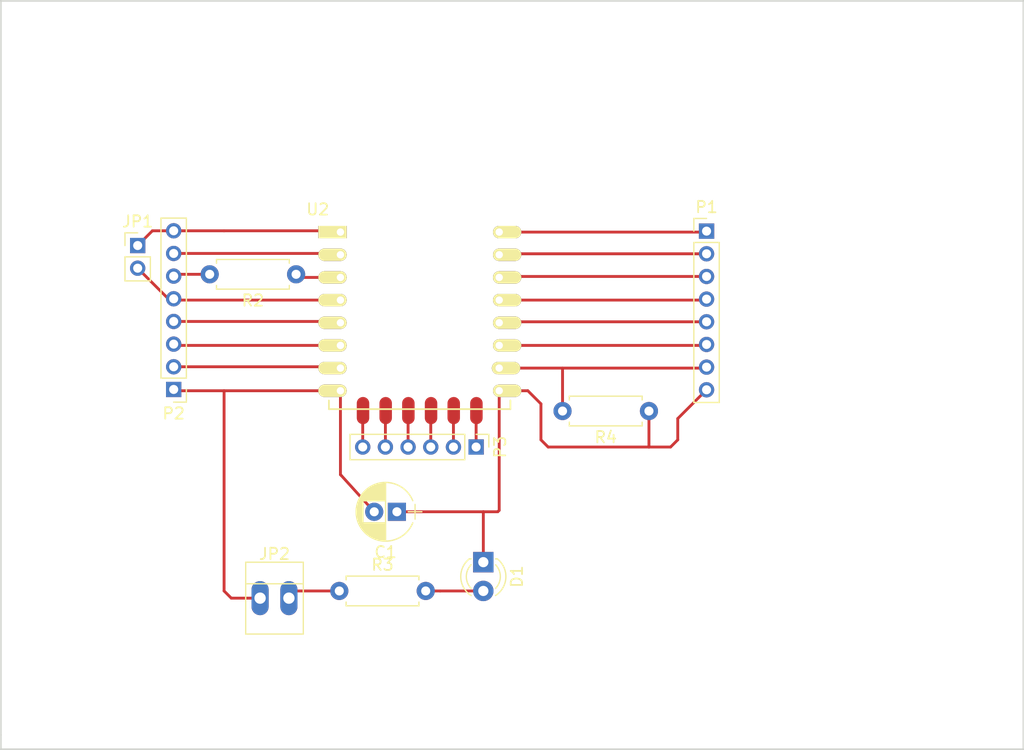
<source format=kicad_pcb>
(kicad_pcb (version 20160815) (host pcbnew "(2017-01-18 revision 2eb840b2e)-master")

  (general
    (links 33)
    (no_connects 0)
    (area 105.334999 31.674999 195.655001 97.865001)
    (thickness 1.6)
    (drawings 5)
    (tracks 82)
    (zones 0)
    (modules 11)
    (nets 26)
  )

  (page A4)
  (layers
    (0 F.Cu signal)
    (31 B.Cu signal)
    (33 F.Adhes user)
    (35 F.Paste user)
    (37 F.SilkS user)
    (39 F.Mask user)
    (40 Dwgs.User user)
    (41 Cmts.User user)
    (42 Eco1.User user)
    (43 Eco2.User user)
    (44 Edge.Cuts user)
    (45 Margin user)
    (47 F.CrtYd user)
    (49 F.Fab user)
  )

  (setup
    (last_trace_width 0.25)
    (trace_clearance 0.2)
    (zone_clearance 0.508)
    (zone_45_only no)
    (trace_min 0.2)
    (segment_width 0.2)
    (edge_width 0.15)
    (via_size 0.8)
    (via_drill 0.4)
    (via_min_size 0.4)
    (via_min_drill 0.3)
    (uvia_size 0.3)
    (uvia_drill 0.1)
    (uvias_allowed no)
    (uvia_min_size 0.2)
    (uvia_min_drill 0.1)
    (pcb_text_width 0.3)
    (pcb_text_size 1.5 1.5)
    (mod_edge_width 0.15)
    (mod_text_size 1 1)
    (mod_text_width 0.15)
    (pad_size 1.524 1.524)
    (pad_drill 0.762)
    (pad_to_mask_clearance 0.2)
    (aux_axis_origin 0 0)
    (visible_elements FFFFFF7F)
    (pcbplotparams
      (layerselection 0x00030_ffffffff)
      (usegerberextensions false)
      (excludeedgelayer true)
      (linewidth 0.100000)
      (plotframeref false)
      (viasonmask false)
      (mode 1)
      (useauxorigin false)
      (hpglpennumber 1)
      (hpglpenspeed 20)
      (hpglpendiameter 15)
      (psnegative false)
      (psa4output false)
      (plotreference true)
      (plotvalue true)
      (plotinvisibletext false)
      (padsonsilk false)
      (subtractmaskfromsilk false)
      (outputformat 1)
      (mirror false)
      (drillshape 1)
      (scaleselection 1)
      (outputdirectory ""))
  )

  (net 0 "")
  (net 1 GND)
  (net 2 "Net-(D1-Pad2)")
  (net 3 GPIO16)
  (net 4 "Net-(JP2-Pad2)")
  (net 5 GPIO2)
  (net 6 GPIO0)
  (net 7 GPIO4)
  (net 8 GPIO5)
  (net 9 RX)
  (net 10 TX)
  (net 11 GPIO13)
  (net 12 GPIO12)
  (net 13 GPIO14)
  (net 14 CH_PD)
  (net 15 ADC)
  (net 16 REST)
  (net 17 "Net-(R2-Pad1)")
  (net 18 GPIO15)
  (net 19 VCC)
  (net 20 CSO)
  (net 21 MISO)
  (net 22 GPIO9)
  (net 23 GPIO10)
  (net 24 MOSI)
  (net 25 SCLK)

  (net_class Default "This is the default net class."
    (clearance 0.2)
    (trace_width 0.25)
    (via_dia 0.8)
    (via_drill 0.4)
    (uvia_dia 0.3)
    (uvia_drill 0.1)
    (add_net ADC)
    (add_net CH_PD)
    (add_net CSO)
    (add_net GND)
    (add_net GPIO0)
    (add_net GPIO10)
    (add_net GPIO12)
    (add_net GPIO13)
    (add_net GPIO14)
    (add_net GPIO15)
    (add_net GPIO16)
    (add_net GPIO2)
    (add_net GPIO4)
    (add_net GPIO5)
    (add_net GPIO9)
    (add_net MISO)
    (add_net MOSI)
    (add_net "Net-(D1-Pad2)")
    (add_net "Net-(JP2-Pad2)")
    (add_net "Net-(R2-Pad1)")
    (add_net REST)
    (add_net RX)
    (add_net SCLK)
    (add_net TX)
    (add_net VCC)
  )

  (module Capacitors_THT:CP_Radial_D5.0mm_P2.00mm (layer F.Cu) (tedit 58765D06) (tstamp 58B401FA)
    (at 140.335 76.835 180)
    (descr "CP, Radial series, Radial, pin pitch=2.00mm, , diameter=5mm, Electrolytic Capacitor")
    (tags "CP Radial series Radial pin pitch 2.00mm  diameter 5mm Electrolytic Capacitor")
    (path /58B3EE47)
    (fp_text reference C1 (at 1 -3.56 180) (layer F.SilkS)
      (effects (font (size 1 1) (thickness 0.15)))
    )
    (fp_text value 0.1uF (at 1 3.56 180) (layer F.Fab)
      (effects (font (size 1 1) (thickness 0.15)))
    )
    (fp_line (start 3.85 -2.85) (end -1.85 -2.85) (layer F.CrtYd) (width 0.05))
    (fp_line (start 3.85 2.85) (end 3.85 -2.85) (layer F.CrtYd) (width 0.05))
    (fp_line (start -1.85 2.85) (end 3.85 2.85) (layer F.CrtYd) (width 0.05))
    (fp_line (start -1.85 -2.85) (end -1.85 2.85) (layer F.CrtYd) (width 0.05))
    (fp_line (start -1.6 -0.65) (end -1.6 0.65) (layer F.SilkS) (width 0.12))
    (fp_line (start -2.2 0) (end -1 0) (layer F.SilkS) (width 0.12))
    (fp_line (start 3.561 -0.354) (end 3.561 0.354) (layer F.SilkS) (width 0.12))
    (fp_line (start 3.521 -0.559) (end 3.521 0.559) (layer F.SilkS) (width 0.12))
    (fp_line (start 3.481 -0.707) (end 3.481 0.707) (layer F.SilkS) (width 0.12))
    (fp_line (start 3.441 -0.829) (end 3.441 0.829) (layer F.SilkS) (width 0.12))
    (fp_line (start 3.401 -0.934) (end 3.401 0.934) (layer F.SilkS) (width 0.12))
    (fp_line (start 3.361 -1.028) (end 3.361 1.028) (layer F.SilkS) (width 0.12))
    (fp_line (start 3.321 -1.112) (end 3.321 1.112) (layer F.SilkS) (width 0.12))
    (fp_line (start 3.281 -1.189) (end 3.281 1.189) (layer F.SilkS) (width 0.12))
    (fp_line (start 3.241 -1.261) (end 3.241 1.261) (layer F.SilkS) (width 0.12))
    (fp_line (start 3.201 -1.327) (end 3.201 1.327) (layer F.SilkS) (width 0.12))
    (fp_line (start 3.161 -1.39) (end 3.161 1.39) (layer F.SilkS) (width 0.12))
    (fp_line (start 3.121 -1.448) (end 3.121 1.448) (layer F.SilkS) (width 0.12))
    (fp_line (start 3.081 -1.504) (end 3.081 1.504) (layer F.SilkS) (width 0.12))
    (fp_line (start 3.041 -1.556) (end 3.041 1.556) (layer F.SilkS) (width 0.12))
    (fp_line (start 3.001 -1.606) (end 3.001 1.606) (layer F.SilkS) (width 0.12))
    (fp_line (start 2.961 0.98) (end 2.961 1.654) (layer F.SilkS) (width 0.12))
    (fp_line (start 2.961 -1.654) (end 2.961 -0.98) (layer F.SilkS) (width 0.12))
    (fp_line (start 2.921 0.98) (end 2.921 1.699) (layer F.SilkS) (width 0.12))
    (fp_line (start 2.921 -1.699) (end 2.921 -0.98) (layer F.SilkS) (width 0.12))
    (fp_line (start 2.881 0.98) (end 2.881 1.742) (layer F.SilkS) (width 0.12))
    (fp_line (start 2.881 -1.742) (end 2.881 -0.98) (layer F.SilkS) (width 0.12))
    (fp_line (start 2.841 0.98) (end 2.841 1.783) (layer F.SilkS) (width 0.12))
    (fp_line (start 2.841 -1.783) (end 2.841 -0.98) (layer F.SilkS) (width 0.12))
    (fp_line (start 2.801 0.98) (end 2.801 1.823) (layer F.SilkS) (width 0.12))
    (fp_line (start 2.801 -1.823) (end 2.801 -0.98) (layer F.SilkS) (width 0.12))
    (fp_line (start 2.761 0.98) (end 2.761 1.861) (layer F.SilkS) (width 0.12))
    (fp_line (start 2.761 -1.861) (end 2.761 -0.98) (layer F.SilkS) (width 0.12))
    (fp_line (start 2.721 0.98) (end 2.721 1.897) (layer F.SilkS) (width 0.12))
    (fp_line (start 2.721 -1.897) (end 2.721 -0.98) (layer F.SilkS) (width 0.12))
    (fp_line (start 2.681 0.98) (end 2.681 1.932) (layer F.SilkS) (width 0.12))
    (fp_line (start 2.681 -1.932) (end 2.681 -0.98) (layer F.SilkS) (width 0.12))
    (fp_line (start 2.641 0.98) (end 2.641 1.965) (layer F.SilkS) (width 0.12))
    (fp_line (start 2.641 -1.965) (end 2.641 -0.98) (layer F.SilkS) (width 0.12))
    (fp_line (start 2.601 0.98) (end 2.601 1.997) (layer F.SilkS) (width 0.12))
    (fp_line (start 2.601 -1.997) (end 2.601 -0.98) (layer F.SilkS) (width 0.12))
    (fp_line (start 2.561 0.98) (end 2.561 2.028) (layer F.SilkS) (width 0.12))
    (fp_line (start 2.561 -2.028) (end 2.561 -0.98) (layer F.SilkS) (width 0.12))
    (fp_line (start 2.521 0.98) (end 2.521 2.058) (layer F.SilkS) (width 0.12))
    (fp_line (start 2.521 -2.058) (end 2.521 -0.98) (layer F.SilkS) (width 0.12))
    (fp_line (start 2.481 0.98) (end 2.481 2.086) (layer F.SilkS) (width 0.12))
    (fp_line (start 2.481 -2.086) (end 2.481 -0.98) (layer F.SilkS) (width 0.12))
    (fp_line (start 2.441 0.98) (end 2.441 2.113) (layer F.SilkS) (width 0.12))
    (fp_line (start 2.441 -2.113) (end 2.441 -0.98) (layer F.SilkS) (width 0.12))
    (fp_line (start 2.401 0.98) (end 2.401 2.14) (layer F.SilkS) (width 0.12))
    (fp_line (start 2.401 -2.14) (end 2.401 -0.98) (layer F.SilkS) (width 0.12))
    (fp_line (start 2.361 0.98) (end 2.361 2.165) (layer F.SilkS) (width 0.12))
    (fp_line (start 2.361 -2.165) (end 2.361 -0.98) (layer F.SilkS) (width 0.12))
    (fp_line (start 2.321 0.98) (end 2.321 2.189) (layer F.SilkS) (width 0.12))
    (fp_line (start 2.321 -2.189) (end 2.321 -0.98) (layer F.SilkS) (width 0.12))
    (fp_line (start 2.281 0.98) (end 2.281 2.212) (layer F.SilkS) (width 0.12))
    (fp_line (start 2.281 -2.212) (end 2.281 -0.98) (layer F.SilkS) (width 0.12))
    (fp_line (start 2.241 0.98) (end 2.241 2.234) (layer F.SilkS) (width 0.12))
    (fp_line (start 2.241 -2.234) (end 2.241 -0.98) (layer F.SilkS) (width 0.12))
    (fp_line (start 2.201 0.98) (end 2.201 2.256) (layer F.SilkS) (width 0.12))
    (fp_line (start 2.201 -2.256) (end 2.201 -0.98) (layer F.SilkS) (width 0.12))
    (fp_line (start 2.161 0.98) (end 2.161 2.276) (layer F.SilkS) (width 0.12))
    (fp_line (start 2.161 -2.276) (end 2.161 -0.98) (layer F.SilkS) (width 0.12))
    (fp_line (start 2.121 0.98) (end 2.121 2.296) (layer F.SilkS) (width 0.12))
    (fp_line (start 2.121 -2.296) (end 2.121 -0.98) (layer F.SilkS) (width 0.12))
    (fp_line (start 2.081 0.98) (end 2.081 2.315) (layer F.SilkS) (width 0.12))
    (fp_line (start 2.081 -2.315) (end 2.081 -0.98) (layer F.SilkS) (width 0.12))
    (fp_line (start 2.041 0.98) (end 2.041 2.333) (layer F.SilkS) (width 0.12))
    (fp_line (start 2.041 -2.333) (end 2.041 -0.98) (layer F.SilkS) (width 0.12))
    (fp_line (start 2.001 0.98) (end 2.001 2.35) (layer F.SilkS) (width 0.12))
    (fp_line (start 2.001 -2.35) (end 2.001 -0.98) (layer F.SilkS) (width 0.12))
    (fp_line (start 1.961 0.98) (end 1.961 2.366) (layer F.SilkS) (width 0.12))
    (fp_line (start 1.961 -2.366) (end 1.961 -0.98) (layer F.SilkS) (width 0.12))
    (fp_line (start 1.921 0.98) (end 1.921 2.382) (layer F.SilkS) (width 0.12))
    (fp_line (start 1.921 -2.382) (end 1.921 -0.98) (layer F.SilkS) (width 0.12))
    (fp_line (start 1.881 0.98) (end 1.881 2.396) (layer F.SilkS) (width 0.12))
    (fp_line (start 1.881 -2.396) (end 1.881 -0.98) (layer F.SilkS) (width 0.12))
    (fp_line (start 1.841 0.98) (end 1.841 2.41) (layer F.SilkS) (width 0.12))
    (fp_line (start 1.841 -2.41) (end 1.841 -0.98) (layer F.SilkS) (width 0.12))
    (fp_line (start 1.801 0.98) (end 1.801 2.424) (layer F.SilkS) (width 0.12))
    (fp_line (start 1.801 -2.424) (end 1.801 -0.98) (layer F.SilkS) (width 0.12))
    (fp_line (start 1.761 0.98) (end 1.761 2.436) (layer F.SilkS) (width 0.12))
    (fp_line (start 1.761 -2.436) (end 1.761 -0.98) (layer F.SilkS) (width 0.12))
    (fp_line (start 1.721 0.98) (end 1.721 2.448) (layer F.SilkS) (width 0.12))
    (fp_line (start 1.721 -2.448) (end 1.721 -0.98) (layer F.SilkS) (width 0.12))
    (fp_line (start 1.68 0.98) (end 1.68 2.46) (layer F.SilkS) (width 0.12))
    (fp_line (start 1.68 -2.46) (end 1.68 -0.98) (layer F.SilkS) (width 0.12))
    (fp_line (start 1.64 0.98) (end 1.64 2.47) (layer F.SilkS) (width 0.12))
    (fp_line (start 1.64 -2.47) (end 1.64 -0.98) (layer F.SilkS) (width 0.12))
    (fp_line (start 1.6 0.98) (end 1.6 2.48) (layer F.SilkS) (width 0.12))
    (fp_line (start 1.6 -2.48) (end 1.6 -0.98) (layer F.SilkS) (width 0.12))
    (fp_line (start 1.56 0.98) (end 1.56 2.489) (layer F.SilkS) (width 0.12))
    (fp_line (start 1.56 -2.489) (end 1.56 -0.98) (layer F.SilkS) (width 0.12))
    (fp_line (start 1.52 0.98) (end 1.52 2.498) (layer F.SilkS) (width 0.12))
    (fp_line (start 1.52 -2.498) (end 1.52 -0.98) (layer F.SilkS) (width 0.12))
    (fp_line (start 1.48 0.98) (end 1.48 2.506) (layer F.SilkS) (width 0.12))
    (fp_line (start 1.48 -2.506) (end 1.48 -0.98) (layer F.SilkS) (width 0.12))
    (fp_line (start 1.44 0.98) (end 1.44 2.513) (layer F.SilkS) (width 0.12))
    (fp_line (start 1.44 -2.513) (end 1.44 -0.98) (layer F.SilkS) (width 0.12))
    (fp_line (start 1.4 0.98) (end 1.4 2.519) (layer F.SilkS) (width 0.12))
    (fp_line (start 1.4 -2.519) (end 1.4 -0.98) (layer F.SilkS) (width 0.12))
    (fp_line (start 1.36 0.98) (end 1.36 2.525) (layer F.SilkS) (width 0.12))
    (fp_line (start 1.36 -2.525) (end 1.36 -0.98) (layer F.SilkS) (width 0.12))
    (fp_line (start 1.32 0.98) (end 1.32 2.531) (layer F.SilkS) (width 0.12))
    (fp_line (start 1.32 -2.531) (end 1.32 -0.98) (layer F.SilkS) (width 0.12))
    (fp_line (start 1.28 0.98) (end 1.28 2.535) (layer F.SilkS) (width 0.12))
    (fp_line (start 1.28 -2.535) (end 1.28 -0.98) (layer F.SilkS) (width 0.12))
    (fp_line (start 1.24 0.98) (end 1.24 2.539) (layer F.SilkS) (width 0.12))
    (fp_line (start 1.24 -2.539) (end 1.24 -0.98) (layer F.SilkS) (width 0.12))
    (fp_line (start 1.2 0.98) (end 1.2 2.543) (layer F.SilkS) (width 0.12))
    (fp_line (start 1.2 -2.543) (end 1.2 -0.98) (layer F.SilkS) (width 0.12))
    (fp_line (start 1.16 0.98) (end 1.16 2.546) (layer F.SilkS) (width 0.12))
    (fp_line (start 1.16 -2.546) (end 1.16 -0.98) (layer F.SilkS) (width 0.12))
    (fp_line (start 1.12 0.98) (end 1.12 2.548) (layer F.SilkS) (width 0.12))
    (fp_line (start 1.12 -2.548) (end 1.12 -0.98) (layer F.SilkS) (width 0.12))
    (fp_line (start 1.08 0.98) (end 1.08 2.549) (layer F.SilkS) (width 0.12))
    (fp_line (start 1.08 -2.549) (end 1.08 -0.98) (layer F.SilkS) (width 0.12))
    (fp_line (start 1.04 0.98) (end 1.04 2.55) (layer F.SilkS) (width 0.12))
    (fp_line (start 1.04 -2.55) (end 1.04 -0.98) (layer F.SilkS) (width 0.12))
    (fp_line (start 1 -2.55) (end 1 2.55) (layer F.SilkS) (width 0.12))
    (fp_line (start -1.6 -0.65) (end -1.6 0.65) (layer F.Fab) (width 0.1))
    (fp_line (start -2.2 0) (end -1 0) (layer F.Fab) (width 0.1))
    (fp_circle (center 1 0) (end 3.5 0) (layer F.Fab) (width 0.1))
    (fp_arc (start 1 0) (end 3.397436 -0.98) (angle 44.5) (layer F.SilkS) (width 0.12))
    (fp_arc (start 1 0) (end -1.397436 0.98) (angle -135.5) (layer F.SilkS) (width 0.12))
    (fp_arc (start 1 0) (end -1.397436 -0.98) (angle 135.5) (layer F.SilkS) (width 0.12))
    (pad 2 thru_hole circle (at 2 0 180) (size 1.6 1.6) (drill 0.8) (layers *.Cu *.Mask)
      (net 19 VCC))
    (pad 1 thru_hole rect (at 0 0 180) (size 1.6 1.6) (drill 0.8) (layers *.Cu *.Mask)
      (net 1 GND))
    (model Capacitors_THT.3dshapes/CP_Radial_D5.0mm_P2.00mm.wrl
      (at (xyz 0 0 0))
      (scale (xyz 0.393701 0.393701 0.393701))
      (rotate (xyz 0 0 0))
    )
  )

  (module LEDs:LED_D3.0mm (layer F.Cu) (tedit 58B48905) (tstamp 58B40200)
    (at 147.955 81.28 270)
    (descr "LED, diameter 3.0mm, 2 pins")
    (tags "LED diameter 3.0mm 2 pins")
    (path /58B40309)
    (fp_text reference D1 (at 1.27 -2.96 270) (layer F.SilkS)
      (effects (font (size 1 1) (thickness 0.15)))
    )
    (fp_text value LED (at 1.27 2.96 90) (layer F.Fab)
      (effects (font (size 1 1) (thickness 0.15)))
    )
    (fp_line (start 3.7 -2.25) (end -1.15 -2.25) (layer F.CrtYd) (width 0.05))
    (fp_line (start 3.7 2.25) (end 3.7 -2.25) (layer F.CrtYd) (width 0.05))
    (fp_line (start -1.15 2.25) (end 3.7 2.25) (layer F.CrtYd) (width 0.05))
    (fp_line (start -1.15 -2.25) (end -1.15 2.25) (layer F.CrtYd) (width 0.05))
    (fp_line (start -0.29 1.08) (end -0.29 1.236) (layer F.SilkS) (width 0.12))
    (fp_line (start -0.29 -1.236) (end -0.29 -1.08) (layer F.SilkS) (width 0.12))
    (fp_line (start -0.23 -1.16619) (end -0.23 1.16619) (layer F.Fab) (width 0.1))
    (fp_circle (center 1.27 0) (end 2.77 0) (layer F.Fab) (width 0.1))
    (fp_arc (start 1.27 0) (end 0.229039 1.08) (angle -87.9) (layer F.SilkS) (width 0.12))
    (fp_arc (start 1.27 0) (end 0.229039 -1.08) (angle 87.9) (layer F.SilkS) (width 0.12))
    (fp_arc (start 1.27 0) (end -0.29 1.235516) (angle -108.8) (layer F.SilkS) (width 0.12))
    (fp_arc (start 1.27 0) (end -0.29 -1.235516) (angle 108.8) (layer F.SilkS) (width 0.12))
    (fp_arc (start 1.27 0) (end -0.23 -1.16619) (angle 284.3) (layer F.Fab) (width 0.1))
    (pad 2 thru_hole circle (at 2.54 0 270) (size 1.8 1.8) (drill 0.9) (layers *.Cu *.Mask)
      (net 2 "Net-(D1-Pad2)"))
    (pad 1 thru_hole rect (at 0 0 270) (size 1.8 1.8) (drill 0.9) (layers *.Cu *.Mask)
      (net 1 GND))
    (model LEDs.3dshapes/LED_D3.0mm.wrl
      (at (xyz 0 0 0))
      (scale (xyz 0.393701 0.393701 0.393701))
      (rotate (xyz 0 0 0))
    )
  )

  (module Connectors:PINHEAD1-2 (layer F.Cu) (tedit 0) (tstamp 58B4020C)
    (at 128.27 84.455)
    (path /58B40B4F)
    (fp_text reference JP2 (at 1.27 -3.9) (layer F.SilkS)
      (effects (font (size 1 1) (thickness 0.15)))
    )
    (fp_text value Jumper_NO_Small (at 1.27 3.81) (layer F.Fab)
      (effects (font (size 1 1) (thickness 0.15)))
    )
    (fp_line (start 3.81 -1.27) (end -1.27 -1.27) (layer F.SilkS) (width 0.12))
    (fp_line (start 3.81 3.17) (end -1.27 3.17) (layer F.SilkS) (width 0.12))
    (fp_line (start -1.27 -3.17) (end 3.81 -3.17) (layer F.SilkS) (width 0.12))
    (fp_line (start -1.27 -3.17) (end -1.27 3.17) (layer F.SilkS) (width 0.12))
    (fp_line (start 3.81 -3.17) (end 3.81 3.17) (layer F.SilkS) (width 0.12))
    (fp_line (start -1.52 -3.42) (end 4.06 -3.42) (layer F.CrtYd) (width 0.05))
    (fp_line (start -1.52 -3.42) (end -1.52 3.42) (layer F.CrtYd) (width 0.05))
    (fp_line (start 4.06 3.42) (end 4.06 -3.42) (layer F.CrtYd) (width 0.05))
    (fp_line (start 4.06 3.42) (end -1.52 3.42) (layer F.CrtYd) (width 0.05))
    (pad 1 thru_hole oval (at 0 0) (size 1.51 3.01) (drill 1) (layers *.Cu *.Mask)
      (net 19 VCC))
    (pad 2 thru_hole oval (at 2.54 0) (size 1.51 3.01) (drill 1) (layers *.Cu *.Mask)
      (net 4 "Net-(JP2-Pad2)"))
  )

  (module Pin_Headers:Pin_Header_Straight_1x08_Pitch2.00mm (layer F.Cu) (tedit 5862ED55) (tstamp 58B40218)
    (at 167.64 52.07)
    (descr "Through hole straight pin header, 1x08, 2.00mm pitch, single row")
    (tags "Through hole pin header THT 1x08 2.00mm single row")
    (path /58B41B31)
    (fp_text reference P1 (at 0 -2.12) (layer F.SilkS)
      (effects (font (size 1 1) (thickness 0.15)))
    )
    (fp_text value CONN_01X08 (at 0 16.12) (layer F.Fab)
      (effects (font (size 1 1) (thickness 0.15)))
    )
    (fp_line (start 1.3 -1.3) (end -1.3 -1.3) (layer F.CrtYd) (width 0.05))
    (fp_line (start 1.3 15.3) (end 1.3 -1.3) (layer F.CrtYd) (width 0.05))
    (fp_line (start -1.3 15.3) (end 1.3 15.3) (layer F.CrtYd) (width 0.05))
    (fp_line (start -1.3 -1.3) (end -1.3 15.3) (layer F.CrtYd) (width 0.05))
    (fp_line (start -1.12 -1.12) (end 0 -1.12) (layer F.SilkS) (width 0.12))
    (fp_line (start -1.12 0) (end -1.12 -1.12) (layer F.SilkS) (width 0.12))
    (fp_line (start 1.12 1) (end -1.12 1) (layer F.SilkS) (width 0.12))
    (fp_line (start 1.12 15.12) (end 1.12 1) (layer F.SilkS) (width 0.12))
    (fp_line (start -1.12 15.12) (end 1.12 15.12) (layer F.SilkS) (width 0.12))
    (fp_line (start -1.12 1) (end -1.12 15.12) (layer F.SilkS) (width 0.12))
    (fp_line (start 1 -1) (end -1 -1) (layer F.Fab) (width 0.1))
    (fp_line (start 1 15) (end 1 -1) (layer F.Fab) (width 0.1))
    (fp_line (start -1 15) (end 1 15) (layer F.Fab) (width 0.1))
    (fp_line (start -1 -1) (end -1 15) (layer F.Fab) (width 0.1))
    (pad 8 thru_hole oval (at 0 14) (size 1.35 1.35) (drill 0.8) (layers *.Cu *.Mask)
      (net 1 GND))
    (pad 7 thru_hole oval (at 0 12) (size 1.35 1.35) (drill 0.8) (layers *.Cu *.Mask)
      (net 18 GPIO15))
    (pad 6 thru_hole oval (at 0 10) (size 1.35 1.35) (drill 0.8) (layers *.Cu *.Mask)
      (net 5 GPIO2))
    (pad 5 thru_hole oval (at 0 8) (size 1.35 1.35) (drill 0.8) (layers *.Cu *.Mask)
      (net 6 GPIO0))
    (pad 4 thru_hole oval (at 0 6) (size 1.35 1.35) (drill 0.8) (layers *.Cu *.Mask)
      (net 7 GPIO4))
    (pad 3 thru_hole oval (at 0 4) (size 1.35 1.35) (drill 0.8) (layers *.Cu *.Mask)
      (net 8 GPIO5))
    (pad 2 thru_hole oval (at 0 2) (size 1.35 1.35) (drill 0.8) (layers *.Cu *.Mask)
      (net 9 RX))
    (pad 1 thru_hole rect (at 0 0) (size 1.35 1.35) (drill 0.8) (layers *.Cu *.Mask)
      (net 10 TX))
    (model Pin_Headers.3dshapes/Pin_Header_Straight_1x08_Pitch2.00mm.wrl
      (at (xyz 0 0 0))
      (scale (xyz 1 1 1))
      (rotate (xyz 0 0 0))
    )
  )

  (module Pin_Headers:Pin_Header_Straight_1x08_Pitch2.00mm (layer F.Cu) (tedit 5862ED55) (tstamp 58B40224)
    (at 120.65 66.04 180)
    (descr "Through hole straight pin header, 1x08, 2.00mm pitch, single row")
    (tags "Through hole pin header THT 1x08 2.00mm single row")
    (path /58B41F85)
    (fp_text reference P2 (at 0 -2.12 180) (layer F.SilkS)
      (effects (font (size 1 1) (thickness 0.15)))
    )
    (fp_text value CONN_01X08 (at 0 16.12 180) (layer F.Fab)
      (effects (font (size 1 1) (thickness 0.15)))
    )
    (fp_line (start -1 -1) (end -1 15) (layer F.Fab) (width 0.1))
    (fp_line (start -1 15) (end 1 15) (layer F.Fab) (width 0.1))
    (fp_line (start 1 15) (end 1 -1) (layer F.Fab) (width 0.1))
    (fp_line (start 1 -1) (end -1 -1) (layer F.Fab) (width 0.1))
    (fp_line (start -1.12 1) (end -1.12 15.12) (layer F.SilkS) (width 0.12))
    (fp_line (start -1.12 15.12) (end 1.12 15.12) (layer F.SilkS) (width 0.12))
    (fp_line (start 1.12 15.12) (end 1.12 1) (layer F.SilkS) (width 0.12))
    (fp_line (start 1.12 1) (end -1.12 1) (layer F.SilkS) (width 0.12))
    (fp_line (start -1.12 0) (end -1.12 -1.12) (layer F.SilkS) (width 0.12))
    (fp_line (start -1.12 -1.12) (end 0 -1.12) (layer F.SilkS) (width 0.12))
    (fp_line (start -1.3 -1.3) (end -1.3 15.3) (layer F.CrtYd) (width 0.05))
    (fp_line (start -1.3 15.3) (end 1.3 15.3) (layer F.CrtYd) (width 0.05))
    (fp_line (start 1.3 15.3) (end 1.3 -1.3) (layer F.CrtYd) (width 0.05))
    (fp_line (start 1.3 -1.3) (end -1.3 -1.3) (layer F.CrtYd) (width 0.05))
    (pad 1 thru_hole rect (at 0 0 180) (size 1.35 1.35) (drill 0.8) (layers *.Cu *.Mask)
      (net 19 VCC))
    (pad 2 thru_hole oval (at 0 2 180) (size 1.35 1.35) (drill 0.8) (layers *.Cu *.Mask)
      (net 11 GPIO13))
    (pad 3 thru_hole oval (at 0 4 180) (size 1.35 1.35) (drill 0.8) (layers *.Cu *.Mask)
      (net 12 GPIO12))
    (pad 4 thru_hole oval (at 0 6 180) (size 1.35 1.35) (drill 0.8) (layers *.Cu *.Mask)
      (net 13 GPIO14))
    (pad 5 thru_hole oval (at 0 8 180) (size 1.35 1.35) (drill 0.8) (layers *.Cu *.Mask)
      (net 3 GPIO16))
    (pad 6 thru_hole oval (at 0 10 180) (size 1.35 1.35) (drill 0.8) (layers *.Cu *.Mask)
      (net 14 CH_PD))
    (pad 7 thru_hole oval (at 0 12 180) (size 1.35 1.35) (drill 0.8) (layers *.Cu *.Mask)
      (net 15 ADC))
    (pad 8 thru_hole oval (at 0 14 180) (size 1.35 1.35) (drill 0.8) (layers *.Cu *.Mask)
      (net 16 REST))
    (model Pin_Headers.3dshapes/Pin_Header_Straight_1x08_Pitch2.00mm.wrl
      (at (xyz 0 0 0))
      (scale (xyz 1 1 1))
      (rotate (xyz 0 0 0))
    )
  )

  (module Resistors_THT:R_Axial_DIN0207_L6.3mm_D2.5mm_P7.62mm_Horizontal (layer F.Cu) (tedit 5874F706) (tstamp 58B40230)
    (at 131.445 55.88 180)
    (descr "Resistor, Axial_DIN0207 series, Axial, Horizontal, pin pitch=7.62mm, 0.25W = 1/4W, length*diameter=6.3*2.5mm^2, http://cdn-reichelt.de/documents/datenblatt/B400/1_4W%23YAG.pdf")
    (tags "Resistor Axial_DIN0207 series Axial Horizontal pin pitch 7.62mm 0.25W = 1/4W length 6.3mm diameter 2.5mm")
    (path /58B34418)
    (fp_text reference R2 (at 3.81 -2.31 180) (layer F.SilkS)
      (effects (font (size 1 1) (thickness 0.15)))
    )
    (fp_text value 100 (at 3.81 2.31 180) (layer F.Fab)
      (effects (font (size 1 1) (thickness 0.15)))
    )
    (fp_line (start 0.66 -1.25) (end 0.66 1.25) (layer F.Fab) (width 0.1))
    (fp_line (start 0.66 1.25) (end 6.96 1.25) (layer F.Fab) (width 0.1))
    (fp_line (start 6.96 1.25) (end 6.96 -1.25) (layer F.Fab) (width 0.1))
    (fp_line (start 6.96 -1.25) (end 0.66 -1.25) (layer F.Fab) (width 0.1))
    (fp_line (start 0 0) (end 0.66 0) (layer F.Fab) (width 0.1))
    (fp_line (start 7.62 0) (end 6.96 0) (layer F.Fab) (width 0.1))
    (fp_line (start 0.6 -0.98) (end 0.6 -1.31) (layer F.SilkS) (width 0.12))
    (fp_line (start 0.6 -1.31) (end 7.02 -1.31) (layer F.SilkS) (width 0.12))
    (fp_line (start 7.02 -1.31) (end 7.02 -0.98) (layer F.SilkS) (width 0.12))
    (fp_line (start 0.6 0.98) (end 0.6 1.31) (layer F.SilkS) (width 0.12))
    (fp_line (start 0.6 1.31) (end 7.02 1.31) (layer F.SilkS) (width 0.12))
    (fp_line (start 7.02 1.31) (end 7.02 0.98) (layer F.SilkS) (width 0.12))
    (fp_line (start -1.05 -1.6) (end -1.05 1.6) (layer F.CrtYd) (width 0.05))
    (fp_line (start -1.05 1.6) (end 8.7 1.6) (layer F.CrtYd) (width 0.05))
    (fp_line (start 8.7 1.6) (end 8.7 -1.6) (layer F.CrtYd) (width 0.05))
    (fp_line (start 8.7 -1.6) (end -1.05 -1.6) (layer F.CrtYd) (width 0.05))
    (pad 1 thru_hole circle (at 0 0 180) (size 1.6 1.6) (drill 0.8) (layers *.Cu *.Mask)
      (net 17 "Net-(R2-Pad1)"))
    (pad 2 thru_hole oval (at 7.62 0 180) (size 1.6 1.6) (drill 0.8) (layers *.Cu *.Mask)
      (net 14 CH_PD))
    (model Resistors_THT.3dshapes/R_Axial_DIN0207_L6.3mm_D2.5mm_P7.62mm_Horizontal.wrl
      (at (xyz 0 0 0))
      (scale (xyz 0.393701 0.393701 0.393701))
      (rotate (xyz 0 0 0))
    )
  )

  (module Resistors_THT:R_Axial_DIN0207_L6.3mm_D2.5mm_P7.62mm_Horizontal (layer F.Cu) (tedit 5874F706) (tstamp 58B40236)
    (at 135.255 83.82)
    (descr "Resistor, Axial_DIN0207 series, Axial, Horizontal, pin pitch=7.62mm, 0.25W = 1/4W, length*diameter=6.3*2.5mm^2, http://cdn-reichelt.de/documents/datenblatt/B400/1_4W%23YAG.pdf")
    (tags "Resistor Axial_DIN0207 series Axial Horizontal pin pitch 7.62mm 0.25W = 1/4W length 6.3mm diameter 2.5mm")
    (path /58B40F03)
    (fp_text reference R3 (at 3.81 -2.31) (layer F.SilkS)
      (effects (font (size 1 1) (thickness 0.15)))
    )
    (fp_text value 1K (at 3.81 2.31) (layer F.Fab)
      (effects (font (size 1 1) (thickness 0.15)))
    )
    (fp_line (start 0.66 -1.25) (end 0.66 1.25) (layer F.Fab) (width 0.1))
    (fp_line (start 0.66 1.25) (end 6.96 1.25) (layer F.Fab) (width 0.1))
    (fp_line (start 6.96 1.25) (end 6.96 -1.25) (layer F.Fab) (width 0.1))
    (fp_line (start 6.96 -1.25) (end 0.66 -1.25) (layer F.Fab) (width 0.1))
    (fp_line (start 0 0) (end 0.66 0) (layer F.Fab) (width 0.1))
    (fp_line (start 7.62 0) (end 6.96 0) (layer F.Fab) (width 0.1))
    (fp_line (start 0.6 -0.98) (end 0.6 -1.31) (layer F.SilkS) (width 0.12))
    (fp_line (start 0.6 -1.31) (end 7.02 -1.31) (layer F.SilkS) (width 0.12))
    (fp_line (start 7.02 -1.31) (end 7.02 -0.98) (layer F.SilkS) (width 0.12))
    (fp_line (start 0.6 0.98) (end 0.6 1.31) (layer F.SilkS) (width 0.12))
    (fp_line (start 0.6 1.31) (end 7.02 1.31) (layer F.SilkS) (width 0.12))
    (fp_line (start 7.02 1.31) (end 7.02 0.98) (layer F.SilkS) (width 0.12))
    (fp_line (start -1.05 -1.6) (end -1.05 1.6) (layer F.CrtYd) (width 0.05))
    (fp_line (start -1.05 1.6) (end 8.7 1.6) (layer F.CrtYd) (width 0.05))
    (fp_line (start 8.7 1.6) (end 8.7 -1.6) (layer F.CrtYd) (width 0.05))
    (fp_line (start 8.7 -1.6) (end -1.05 -1.6) (layer F.CrtYd) (width 0.05))
    (pad 1 thru_hole circle (at 0 0) (size 1.6 1.6) (drill 0.8) (layers *.Cu *.Mask)
      (net 4 "Net-(JP2-Pad2)"))
    (pad 2 thru_hole oval (at 7.62 0) (size 1.6 1.6) (drill 0.8) (layers *.Cu *.Mask)
      (net 2 "Net-(D1-Pad2)"))
    (model Resistors_THT.3dshapes/R_Axial_DIN0207_L6.3mm_D2.5mm_P7.62mm_Horizontal.wrl
      (at (xyz 0 0 0))
      (scale (xyz 0.393701 0.393701 0.393701))
      (rotate (xyz 0 0 0))
    )
  )

  (module Resistors_THT:R_Axial_DIN0207_L6.3mm_D2.5mm_P7.62mm_Horizontal (layer F.Cu) (tedit 5874F706) (tstamp 58B4023C)
    (at 162.56 67.945 180)
    (descr "Resistor, Axial_DIN0207 series, Axial, Horizontal, pin pitch=7.62mm, 0.25W = 1/4W, length*diameter=6.3*2.5mm^2, http://cdn-reichelt.de/documents/datenblatt/B400/1_4W%23YAG.pdf")
    (tags "Resistor Axial_DIN0207 series Axial Horizontal pin pitch 7.62mm 0.25W = 1/4W length 6.3mm diameter 2.5mm")
    (path /58B343CA)
    (fp_text reference R4 (at 3.81 -2.31 180) (layer F.SilkS)
      (effects (font (size 1 1) (thickness 0.15)))
    )
    (fp_text value 10K (at 3.81 2.31 180) (layer F.Fab)
      (effects (font (size 1 1) (thickness 0.15)))
    )
    (fp_line (start 8.7 -1.6) (end -1.05 -1.6) (layer F.CrtYd) (width 0.05))
    (fp_line (start 8.7 1.6) (end 8.7 -1.6) (layer F.CrtYd) (width 0.05))
    (fp_line (start -1.05 1.6) (end 8.7 1.6) (layer F.CrtYd) (width 0.05))
    (fp_line (start -1.05 -1.6) (end -1.05 1.6) (layer F.CrtYd) (width 0.05))
    (fp_line (start 7.02 1.31) (end 7.02 0.98) (layer F.SilkS) (width 0.12))
    (fp_line (start 0.6 1.31) (end 7.02 1.31) (layer F.SilkS) (width 0.12))
    (fp_line (start 0.6 0.98) (end 0.6 1.31) (layer F.SilkS) (width 0.12))
    (fp_line (start 7.02 -1.31) (end 7.02 -0.98) (layer F.SilkS) (width 0.12))
    (fp_line (start 0.6 -1.31) (end 7.02 -1.31) (layer F.SilkS) (width 0.12))
    (fp_line (start 0.6 -0.98) (end 0.6 -1.31) (layer F.SilkS) (width 0.12))
    (fp_line (start 7.62 0) (end 6.96 0) (layer F.Fab) (width 0.1))
    (fp_line (start 0 0) (end 0.66 0) (layer F.Fab) (width 0.1))
    (fp_line (start 6.96 -1.25) (end 0.66 -1.25) (layer F.Fab) (width 0.1))
    (fp_line (start 6.96 1.25) (end 6.96 -1.25) (layer F.Fab) (width 0.1))
    (fp_line (start 0.66 1.25) (end 6.96 1.25) (layer F.Fab) (width 0.1))
    (fp_line (start 0.66 -1.25) (end 0.66 1.25) (layer F.Fab) (width 0.1))
    (pad 2 thru_hole oval (at 7.62 0 180) (size 1.6 1.6) (drill 0.8) (layers *.Cu *.Mask)
      (net 18 GPIO15))
    (pad 1 thru_hole circle (at 0 0 180) (size 1.6 1.6) (drill 0.8) (layers *.Cu *.Mask)
      (net 1 GND))
    (model Resistors_THT.3dshapes/R_Axial_DIN0207_L6.3mm_D2.5mm_P7.62mm_Horizontal.wrl
      (at (xyz 0 0 0))
      (scale (xyz 0.393701 0.393701 0.393701))
      (rotate (xyz 0 0 0))
    )
  )

  (module ESP8266:ESP-12E (layer F.Cu) (tedit 559F8D21) (tstamp 58B4025D)
    (at 135.355 52.155001)
    (descr "Module, ESP-8266, ESP-12, 16 pad, SMD")
    (tags "Module ESP-8266 ESP8266")
    (path /58B35F64)
    (fp_text reference U2 (at -2 -2) (layer F.SilkS)
      (effects (font (size 1 1) (thickness 0.15)))
    )
    (fp_text value ESP-12E (at 8 1) (layer F.Fab)
      (effects (font (size 1 1) (thickness 0.15)))
    )
    (fp_line (start -2.25 -0.5) (end -2.25 -8.75) (layer F.CrtYd) (width 0.05))
    (fp_line (start -2.25 -8.75) (end 15.25 -8.75) (layer F.CrtYd) (width 0.05))
    (fp_line (start 15.25 -8.75) (end 16.25 -8.75) (layer F.CrtYd) (width 0.05))
    (fp_line (start 16.25 -8.75) (end 16.25 16) (layer F.CrtYd) (width 0.05))
    (fp_line (start 16.25 16) (end -2.25 16) (layer F.CrtYd) (width 0.05))
    (fp_line (start -2.25 16) (end -2.25 -0.5) (layer F.CrtYd) (width 0.05))
    (fp_line (start -1.016 -8.382) (end 14.986 -8.382) (layer F.CrtYd) (width 0.1524))
    (fp_line (start 14.986 -8.382) (end 14.986 -0.889) (layer F.CrtYd) (width 0.1524))
    (fp_line (start -1.016 -8.382) (end -1.016 -1.016) (layer F.CrtYd) (width 0.1524))
    (fp_line (start -1.016 14.859) (end -1.016 15.621) (layer F.SilkS) (width 0.1524))
    (fp_line (start -1.016 15.621) (end 14.986 15.621) (layer F.SilkS) (width 0.1524))
    (fp_line (start 14.986 15.621) (end 14.986 14.859) (layer F.SilkS) (width 0.1524))
    (fp_line (start 14.992 -8.4) (end -1.008 -2.6) (layer F.CrtYd) (width 0.1524))
    (fp_line (start -1.008 -8.4) (end 14.992 -2.6) (layer F.CrtYd) (width 0.1524))
    (fp_text user "No Copper" (at 6.892 -5.4) (layer F.CrtYd)
      (effects (font (size 1 1) (thickness 0.15)))
    )
    (fp_line (start -1.008 -2.6) (end 14.992 -2.6) (layer F.CrtYd) (width 0.1524))
    (fp_line (start 15 -8.4) (end 15 15.6) (layer F.Fab) (width 0.05))
    (fp_line (start 14.992 15.6) (end -1.008 15.6) (layer F.Fab) (width 0.05))
    (fp_line (start -1.008 15.6) (end -1.008 -8.4) (layer F.Fab) (width 0.05))
    (fp_line (start -1.008 -8.4) (end 14.992 -8.4) (layer F.Fab) (width 0.05))
    (pad 1 thru_hole rect (at 0 0) (size 2.5 1.1) (drill 0.65 (offset -0.7 0)) (layers *.Cu *.Mask F.SilkS)
      (net 16 REST))
    (pad 2 thru_hole oval (at 0 2) (size 2.5 1.1) (drill 0.65 (offset -0.7 0)) (layers *.Cu *.Mask F.SilkS)
      (net 15 ADC))
    (pad 3 thru_hole oval (at 0 4) (size 2.5 1.1) (drill 0.65 (offset -0.7 0)) (layers *.Cu *.Mask F.SilkS)
      (net 17 "Net-(R2-Pad1)"))
    (pad 4 thru_hole oval (at 0 6) (size 2.5 1.1) (drill 0.65 (offset -0.7 0)) (layers *.Cu *.Mask F.SilkS)
      (net 3 GPIO16))
    (pad 5 thru_hole oval (at 0 8) (size 2.5 1.1) (drill 0.65 (offset -0.7 0)) (layers *.Cu *.Mask F.SilkS)
      (net 13 GPIO14))
    (pad 6 thru_hole oval (at 0 10) (size 2.5 1.1) (drill 0.65 (offset -0.7 0)) (layers *.Cu *.Mask F.SilkS)
      (net 12 GPIO12))
    (pad 7 thru_hole oval (at 0 12) (size 2.5 1.1) (drill 0.65 (offset -0.7 0)) (layers *.Cu *.Mask F.SilkS)
      (net 11 GPIO13))
    (pad 8 thru_hole oval (at 0 14) (size 2.5 1.1) (drill 0.65 (offset -0.7 0)) (layers *.Cu *.Mask F.SilkS)
      (net 19 VCC))
    (pad 9 thru_hole oval (at 14 14) (size 2.5 1.1) (drill 0.65 (offset 0.7 0)) (layers *.Cu *.Mask F.SilkS)
      (net 1 GND))
    (pad 10 thru_hole oval (at 14 12) (size 2.5 1.1) (drill 0.65 (offset 0.6 0)) (layers *.Cu *.Mask F.SilkS)
      (net 18 GPIO15))
    (pad 11 thru_hole oval (at 14 10) (size 2.5 1.1) (drill 0.65 (offset 0.7 0)) (layers *.Cu *.Mask F.SilkS)
      (net 5 GPIO2))
    (pad 12 thru_hole oval (at 14 8) (size 2.5 1.1) (drill 0.65 (offset 0.7 0)) (layers *.Cu *.Mask F.SilkS)
      (net 6 GPIO0))
    (pad 13 thru_hole oval (at 14 6) (size 2.5 1.1) (drill 0.65 (offset 0.7 0)) (layers *.Cu *.Mask F.SilkS)
      (net 7 GPIO4))
    (pad 14 thru_hole oval (at 14 4) (size 2.5 1.1) (drill 0.65 (offset 0.7 0)) (layers *.Cu *.Mask F.SilkS)
      (net 8 GPIO5))
    (pad 15 thru_hole oval (at 14 2) (size 2.5 1.1) (drill 0.65 (offset 0.7 0)) (layers *.Cu *.Mask F.SilkS)
      (net 9 RX))
    (pad 16 thru_hole oval (at 14 0) (size 2.5 1.1) (drill 0.65 (offset 0.7 0)) (layers *.Cu *.Mask F.SilkS)
      (net 10 TX))
    (pad 17 smd oval (at 1.99 15.75 90) (size 2.4 1.1) (layers F.Cu F.Paste F.Mask)
      (net 20 CSO))
    (pad 18 smd oval (at 3.99 15.75 90) (size 2.4 1.1) (layers F.Cu F.Paste F.Mask)
      (net 21 MISO))
    (pad 19 smd oval (at 5.99 15.75 90) (size 2.4 1.1) (layers F.Cu F.Paste F.Mask)
      (net 22 GPIO9))
    (pad 20 smd oval (at 7.99 15.75 90) (size 2.4 1.1) (layers F.Cu F.Paste F.Mask)
      (net 23 GPIO10))
    (pad 21 smd oval (at 9.99 15.75 90) (size 2.4 1.1) (layers F.Cu F.Paste F.Mask)
      (net 24 MOSI))
    (pad 22 smd oval (at 11.99 15.75 90) (size 2.4 1.1) (layers F.Cu F.Paste F.Mask)
      (net 25 SCLK))
    (model ${ESPLIB}/ESP8266.3dshapes/ESP-12.wrl
      (at (xyz 0 0 0))
      (scale (xyz 0.3937 0.3937 0.3937))
      (rotate (xyz 0 0 0))
    )
  )

  (module Pin_Headers:Pin_Header_Straight_1x06_Pitch2.00mm (layer F.Cu) (tedit 5862ED55) (tstamp 58B495BA)
    (at 147.32 71.12 270)
    (descr "Through hole straight pin header, 1x06, 2.00mm pitch, single row")
    (tags "Through hole pin header THT 1x06 2.00mm single row")
    (path /58B48DD8)
    (fp_text reference P3 (at 0 -2.12 270) (layer F.SilkS)
      (effects (font (size 1 1) (thickness 0.15)))
    )
    (fp_text value CONN_01X06 (at 0 12.12 270) (layer F.Fab)
      (effects (font (size 1 1) (thickness 0.15)))
    )
    (fp_line (start 1.3 -1.3) (end -1.3 -1.3) (layer F.CrtYd) (width 0.05))
    (fp_line (start 1.3 11.3) (end 1.3 -1.3) (layer F.CrtYd) (width 0.05))
    (fp_line (start -1.3 11.3) (end 1.3 11.3) (layer F.CrtYd) (width 0.05))
    (fp_line (start -1.3 -1.3) (end -1.3 11.3) (layer F.CrtYd) (width 0.05))
    (fp_line (start -1.12 -1.12) (end 0 -1.12) (layer F.SilkS) (width 0.12))
    (fp_line (start -1.12 0) (end -1.12 -1.12) (layer F.SilkS) (width 0.12))
    (fp_line (start 1.12 1) (end -1.12 1) (layer F.SilkS) (width 0.12))
    (fp_line (start 1.12 11.12) (end 1.12 1) (layer F.SilkS) (width 0.12))
    (fp_line (start -1.12 11.12) (end 1.12 11.12) (layer F.SilkS) (width 0.12))
    (fp_line (start -1.12 1) (end -1.12 11.12) (layer F.SilkS) (width 0.12))
    (fp_line (start 1 -1) (end -1 -1) (layer F.Fab) (width 0.1))
    (fp_line (start 1 11) (end 1 -1) (layer F.Fab) (width 0.1))
    (fp_line (start -1 11) (end 1 11) (layer F.Fab) (width 0.1))
    (fp_line (start -1 -1) (end -1 11) (layer F.Fab) (width 0.1))
    (pad 6 thru_hole oval (at 0 10 270) (size 1.35 1.35) (drill 0.8) (layers *.Cu *.Mask)
      (net 20 CSO))
    (pad 5 thru_hole oval (at 0 8 270) (size 1.35 1.35) (drill 0.8) (layers *.Cu *.Mask)
      (net 21 MISO))
    (pad 4 thru_hole oval (at 0 6 270) (size 1.35 1.35) (drill 0.8) (layers *.Cu *.Mask)
      (net 22 GPIO9))
    (pad 3 thru_hole oval (at 0 4 270) (size 1.35 1.35) (drill 0.8) (layers *.Cu *.Mask)
      (net 23 GPIO10))
    (pad 2 thru_hole oval (at 0 2 270) (size 1.35 1.35) (drill 0.8) (layers *.Cu *.Mask)
      (net 24 MOSI))
    (pad 1 thru_hole rect (at 0 0 270) (size 1.35 1.35) (drill 0.8) (layers *.Cu *.Mask)
      (net 25 SCLK))
    (model Pin_Headers.3dshapes/Pin_Header_Straight_1x06_Pitch2.00mm.wrl
      (at (xyz 0 0 0))
      (scale (xyz 1 1 1))
      (rotate (xyz 0 0 0))
    )
  )

  (module Pin_Headers:Pin_Header_Straight_1x02_Pitch2.00mm (layer F.Cu) (tedit 5862ED55) (tstamp 58B49F96)
    (at 117.475 53.34)
    (descr "Through hole straight pin header, 1x02, 2.00mm pitch, single row")
    (tags "Through hole pin header THT 1x02 2.00mm single row")
    (path /58B4C72D)
    (fp_text reference JP1 (at 0 -2.12) (layer F.SilkS)
      (effects (font (size 1 1) (thickness 0.15)))
    )
    (fp_text value Jumper (at 0 4.12) (layer F.Fab)
      (effects (font (size 1 1) (thickness 0.15)))
    )
    (fp_line (start 1.3 -1.3) (end -1.3 -1.3) (layer F.CrtYd) (width 0.05))
    (fp_line (start 1.3 3.3) (end 1.3 -1.3) (layer F.CrtYd) (width 0.05))
    (fp_line (start -1.3 3.3) (end 1.3 3.3) (layer F.CrtYd) (width 0.05))
    (fp_line (start -1.3 -1.3) (end -1.3 3.3) (layer F.CrtYd) (width 0.05))
    (fp_line (start -1.12 -1.12) (end 0 -1.12) (layer F.SilkS) (width 0.12))
    (fp_line (start -1.12 0) (end -1.12 -1.12) (layer F.SilkS) (width 0.12))
    (fp_line (start 1.12 1) (end -1.12 1) (layer F.SilkS) (width 0.12))
    (fp_line (start 1.12 3.12) (end 1.12 1) (layer F.SilkS) (width 0.12))
    (fp_line (start -1.12 3.12) (end 1.12 3.12) (layer F.SilkS) (width 0.12))
    (fp_line (start -1.12 1) (end -1.12 3.12) (layer F.SilkS) (width 0.12))
    (fp_line (start 1 -1) (end -1 -1) (layer F.Fab) (width 0.1))
    (fp_line (start 1 3) (end 1 -1) (layer F.Fab) (width 0.1))
    (fp_line (start -1 3) (end 1 3) (layer F.Fab) (width 0.1))
    (fp_line (start -1 -1) (end -1 3) (layer F.Fab) (width 0.1))
    (pad 2 thru_hole oval (at 0 2) (size 1.35 1.35) (drill 0.8) (layers *.Cu *.Mask)
      (net 3 GPIO16))
    (pad 1 thru_hole rect (at 0 0) (size 1.35 1.35) (drill 0.8) (layers *.Cu *.Mask)
      (net 16 REST))
    (model Pin_Headers.3dshapes/Pin_Header_Straight_1x02_Pitch2.00mm.wrl
      (at (xyz 0 0 0))
      (scale (xyz 1 1 1))
      (rotate (xyz 0 0 0))
    )
  )

  (gr_line (start 105.41 97.79) (end 105.41 96.52) (angle 90) (layer Edge.Cuts) (width 0.15))
  (gr_line (start 195.58 97.79) (end 105.41 97.79) (angle 90) (layer Edge.Cuts) (width 0.15))
  (gr_line (start 195.58 31.75) (end 195.58 97.79) (angle 90) (layer Edge.Cuts) (width 0.15))
  (gr_line (start 105.41 31.75) (end 195.58 31.75) (angle 90) (layer Edge.Cuts) (width 0.15))
  (gr_line (start 105.41 96.52) (end 105.41 31.75) (angle 90) (layer Edge.Cuts) (width 0.15))

  (segment (start 162.56 67.945) (end 162.56 71.12) (width 0.25) (layer F.Cu) (net 1) (status 10))
  (segment (start 149.355 66.155001) (end 151.880001 66.155001) (width 0.25) (layer F.Cu) (net 1))
  (segment (start 165.1 68.61) (end 167.64 66.07) (width 0.25) (layer F.Cu) (net 1) (tstamp 58B49E6F))
  (segment (start 165.1 70.485) (end 165.1 68.61) (width 0.25) (layer F.Cu) (net 1) (tstamp 58B49E6E))
  (segment (start 164.465 71.12) (end 165.1 70.485) (width 0.25) (layer F.Cu) (net 1) (tstamp 58B49E6D))
  (segment (start 153.67 71.12) (end 162.56 71.12) (width 0.25) (layer F.Cu) (net 1) (tstamp 58B49E6C))
  (segment (start 162.56 71.12) (end 164.465 71.12) (width 0.25) (layer F.Cu) (net 1) (tstamp 58B49E75))
  (segment (start 153.035 70.485) (end 153.67 71.12) (width 0.25) (layer F.Cu) (net 1) (tstamp 58B49E6B))
  (segment (start 153.035 67.31) (end 153.035 70.485) (width 0.25) (layer F.Cu) (net 1) (tstamp 58B49E69))
  (segment (start 151.880001 66.155001) (end 153.035 67.31) (width 0.25) (layer F.Cu) (net 1) (tstamp 58B49E68))
  (segment (start 149.440001 66.07) (end 149.355 66.155001) (width 0.25) (layer F.Cu) (net 1) (tstamp 58B49E60))
  (segment (start 147.955 81.28) (end 147.955 76.835) (width 0.25) (layer F.Cu) (net 1))
  (segment (start 149.225 76.835) (end 147.955 76.835) (width 0.25) (layer F.Cu) (net 1) (tstamp 58B4077B) (status 20))
  (segment (start 147.955 76.835) (end 140.335 76.835) (width 0.25) (layer F.Cu) (net 1) (tstamp 58B49DCC) (status 20))
  (segment (start 149.355 66.155001) (end 149.355 76.705) (width 0.25) (layer F.Cu) (net 1) (status 10))
  (segment (start 149.355 76.705) (end 149.225 76.835) (width 0.25) (layer F.Cu) (net 1) (tstamp 58B4077A))
  (segment (start 167.554999 66.155001) (end 167.64 66.07) (width 0.25) (layer F.Cu) (net 1) (tstamp 58B40612) (status 30))
  (segment (start 147.955 83.82) (end 144.145 83.82) (width 0.25) (layer F.Cu) (net 2) (status 10))
  (segment (start 144.145 83.82) (end 142.875 83.82) (width 0.25) (layer F.Cu) (net 2) (tstamp 58B4899D) (status 20))
  (segment (start 120.65 58.04) (end 120.175 58.04) (width 0.25) (layer F.Cu) (net 3) (status C00000))
  (segment (start 120.175 58.04) (end 117.475 55.34) (width 0.25) (layer F.Cu) (net 3) (tstamp 58B49FA6) (status C00000))
  (segment (start 135.355 58.155001) (end 120.765001 58.155001) (width 0.25) (layer F.Cu) (net 3))
  (segment (start 120.765001 58.155001) (end 120.65 58.04) (width 0.25) (layer F.Cu) (net 3) (tstamp 58B49F51))
  (segment (start 120.765001 58.155001) (end 120.65 58.04) (width 0.25) (layer F.Cu) (net 3) (tstamp 58B40A79) (status 30))
  (segment (start 135.255 83.82) (end 131.445 83.82) (width 0.25) (layer F.Cu) (net 4) (status 10))
  (segment (start 131.445 83.82) (end 130.81 84.455) (width 0.25) (layer F.Cu) (net 4) (tstamp 58B489A1) (status 30))
  (segment (start 149.355 62.155001) (end 167.554999 62.155001) (width 0.25) (layer F.Cu) (net 5) (status 30))
  (segment (start 167.554999 62.155001) (end 167.64 62.07) (width 0.25) (layer F.Cu) (net 5) (tstamp 58B4884F) (status 30))
  (segment (start 167.64 60.07) (end 149.440001 60.07) (width 0.25) (layer F.Cu) (net 6) (status 30))
  (segment (start 149.440001 60.07) (end 149.355 60.155001) (width 0.25) (layer F.Cu) (net 6) (tstamp 58B48857) (status 30))
  (segment (start 149.355 58.155001) (end 167.554999 58.155001) (width 0.25) (layer F.Cu) (net 7) (status 30))
  (segment (start 167.554999 58.155001) (end 167.64 58.07) (width 0.25) (layer F.Cu) (net 7) (tstamp 58B4885A) (status 30))
  (segment (start 167.64 56.07) (end 149.440001 56.07) (width 0.25) (layer F.Cu) (net 8) (status 30))
  (segment (start 149.440001 56.07) (end 149.355 56.155001) (width 0.25) (layer F.Cu) (net 8) (tstamp 58B4885D) (status 30))
  (segment (start 167.64 54.07) (end 149.440001 54.07) (width 0.25) (layer F.Cu) (net 9) (status 30))
  (segment (start 149.440001 54.07) (end 149.355 54.155001) (width 0.25) (layer F.Cu) (net 9) (tstamp 58B48860) (status 30))
  (segment (start 149.355 52.155001) (end 167.554999 52.155001) (width 0.25) (layer F.Cu) (net 10))
  (segment (start 167.554999 52.155001) (end 167.64 52.07) (width 0.25) (layer F.Cu) (net 10) (tstamp 58B49677))
  (segment (start 120.65 64.04) (end 135.239999 64.04) (width 0.25) (layer F.Cu) (net 11) (status 30))
  (segment (start 135.239999 64.04) (end 135.355 64.155001) (width 0.25) (layer F.Cu) (net 11) (tstamp 58B40A70) (status 30))
  (segment (start 135.355 62.155001) (end 120.765001 62.155001) (width 0.25) (layer F.Cu) (net 12) (status 30))
  (segment (start 120.765001 62.155001) (end 120.65 62.04) (width 0.25) (layer F.Cu) (net 12) (tstamp 58B40A73) (status 30))
  (segment (start 120.65 60.04) (end 135.239999 60.04) (width 0.25) (layer F.Cu) (net 13) (status 30))
  (segment (start 135.239999 60.04) (end 135.355 60.155001) (width 0.25) (layer F.Cu) (net 13) (tstamp 58B40A76) (status 30))
  (segment (start 123.825 55.88) (end 120.81 55.88) (width 0.25) (layer F.Cu) (net 14))
  (segment (start 120.81 55.88) (end 120.65 56.04) (width 0.25) (layer F.Cu) (net 14) (tstamp 58B489C4))
  (segment (start 120.65 54.04) (end 135.239999 54.04) (width 0.25) (layer F.Cu) (net 15) (status 30))
  (segment (start 135.239999 54.04) (end 135.355 54.155001) (width 0.25) (layer F.Cu) (net 15) (tstamp 58B40A82) (status 30))
  (segment (start 120.65 52.04) (end 118.775 52.04) (width 0.25) (layer F.Cu) (net 16) (status 400000))
  (segment (start 118.775 52.04) (end 117.475 53.34) (width 0.25) (layer F.Cu) (net 16) (tstamp 58B49FA2) (status 800000))
  (segment (start 125.095 52.04) (end 135.239999 52.04) (width 0.25) (layer F.Cu) (net 16))
  (segment (start 135.239999 52.04) (end 135.355 52.155001) (width 0.25) (layer F.Cu) (net 16) (tstamp 58B489D1))
  (segment (start 120.65 52.04) (end 125.095 52.04) (width 0.25) (layer F.Cu) (net 16))
  (segment (start 120.68 52.07) (end 120.65 52.04) (width 0.25) (layer F.Cu) (net 16) (tstamp 58B40BEE) (status 30))
  (segment (start 135.355 56.155001) (end 131.720001 56.155001) (width 0.25) (layer F.Cu) (net 17))
  (segment (start 131.720001 56.155001) (end 131.445 55.88) (width 0.25) (layer F.Cu) (net 17) (tstamp 58B489C1))
  (segment (start 154.94 67.945) (end 154.94 64.155001) (width 0.25) (layer F.Cu) (net 18) (status 10))
  (segment (start 149.355 64.155001) (end 154.94 64.155001) (width 0.25) (layer F.Cu) (net 18))
  (segment (start 154.94 64.155001) (end 167.554999 64.155001) (width 0.25) (layer F.Cu) (net 18) (tstamp 58B49E66))
  (segment (start 167.554999 64.155001) (end 167.64 64.07) (width 0.25) (layer F.Cu) (net 18) (tstamp 58B49E45))
  (segment (start 149.375001 64.135) (end 149.355 64.155001) (width 0.25) (layer F.Cu) (net 18) (tstamp 58B40609) (status 30))
  (segment (start 128.27 84.455) (end 125.73 84.455) (width 0.25) (layer F.Cu) (net 19))
  (segment (start 125.095 83.82) (end 125.095 66.155001) (width 0.25) (layer F.Cu) (net 19) (tstamp 58B49E13))
  (segment (start 125.73 84.455) (end 125.095 83.82) (width 0.25) (layer F.Cu) (net 19) (tstamp 58B49E12))
  (segment (start 135.355 66.155001) (end 125.095 66.155001) (width 0.25) (layer F.Cu) (net 19) (status 30))
  (segment (start 125.095 66.155001) (end 120.765001 66.155001) (width 0.25) (layer F.Cu) (net 19) (tstamp 58B49E16) (status 30))
  (segment (start 120.765001 66.155001) (end 120.65 66.04) (width 0.25) (layer F.Cu) (net 19) (tstamp 58B40A6D) (status 30))
  (segment (start 135.355 66.155001) (end 135.355 73.56) (width 0.25) (layer F.Cu) (net 19) (status 10))
  (segment (start 135.455 73.66) (end 138.335 76.835) (width 0.25) (layer F.Cu) (net 19) (tstamp 58B4077F) (status 20))
  (segment (start 135.355 73.56) (end 135.455 73.66) (width 0.25) (layer F.Cu) (net 19) (tstamp 58B4077E))
  (segment (start 137.32 71.12) (end 137.32 67.930001) (width 0.25) (layer F.Cu) (net 20))
  (segment (start 137.32 67.930001) (end 137.345 67.905001) (width 0.25) (layer F.Cu) (net 20) (tstamp 58B49670))
  (segment (start 139.32 71.12) (end 139.32 67.930001) (width 0.25) (layer F.Cu) (net 21))
  (segment (start 139.32 67.930001) (end 139.345 67.905001) (width 0.25) (layer F.Cu) (net 21) (tstamp 58B4966D))
  (segment (start 141.32 71.12) (end 141.32 67.930001) (width 0.25) (layer F.Cu) (net 22))
  (segment (start 141.32 67.930001) (end 141.345 67.905001) (width 0.25) (layer F.Cu) (net 22) (tstamp 58B4966A))
  (segment (start 143.32 71.12) (end 143.32 67.930001) (width 0.25) (layer F.Cu) (net 23))
  (segment (start 143.32 67.930001) (end 143.345 67.905001) (width 0.25) (layer F.Cu) (net 23) (tstamp 58B49667))
  (segment (start 145.32 71.12) (end 145.32 67.930001) (width 0.25) (layer F.Cu) (net 24))
  (segment (start 145.32 67.930001) (end 145.345 67.905001) (width 0.25) (layer F.Cu) (net 24) (tstamp 58B49664))
  (segment (start 147.32 71.12) (end 147.32 67.930001) (width 0.25) (layer F.Cu) (net 25))
  (segment (start 147.32 67.930001) (end 147.345 67.905001) (width 0.25) (layer F.Cu) (net 25) (tstamp 58B49661))

)

</source>
